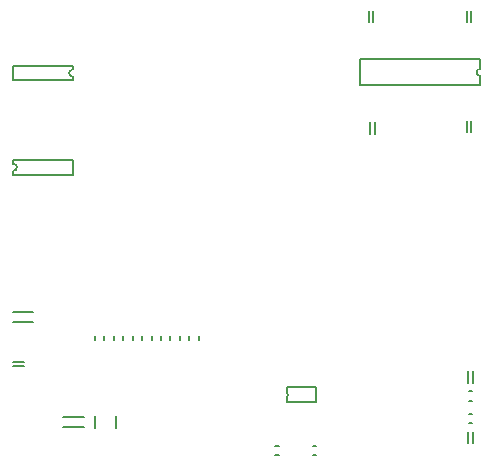
<source format=gbo>
G04 Layer_Color=32896*
%FSLAX24Y24*%
%MOIN*%
G70*
G01*
G75*
%ADD50C,0.0079*%
%ADD51C,0.0050*%
D50*
X17100Y15361D02*
G03*
X17100Y15111I0J-125D01*
G01*
X10650Y4439D02*
G03*
X10650Y4537I0J49D01*
G01*
X3518Y15338D02*
G03*
X3518Y15088I0J-125D01*
G01*
X1522Y11946D02*
G03*
X1522Y12196I0J125D01*
G01*
X13100Y14807D02*
Y15665D01*
Y14807D02*
X17100D01*
Y15111D01*
X13100Y15665D02*
X17100D01*
Y15361D02*
Y15665D01*
X10650Y4537D02*
Y4740D01*
X11634D01*
X10650Y4236D02*
Y4439D01*
Y4236D02*
X11634D01*
Y4740D01*
X1518Y14970D02*
Y15455D01*
Y14970D02*
X3518D01*
Y15088D01*
X1518Y15455D02*
X3518D01*
Y15338D02*
Y15455D01*
X3522Y11829D02*
Y12313D01*
X1522D02*
X3522D01*
X1522Y12196D02*
Y12313D01*
Y11829D02*
X3522D01*
X1522D02*
Y11946D01*
D51*
X13574Y13198D02*
Y13573D01*
X13434Y13198D02*
Y13573D01*
X16662Y13238D02*
Y13613D01*
X16802Y13238D02*
Y13613D01*
Y16899D02*
Y17274D01*
X16662Y16899D02*
Y17274D01*
X13535Y16899D02*
Y17274D01*
X13395Y16899D02*
Y17274D01*
X16842Y2883D02*
Y3258D01*
X16702Y2883D02*
Y3258D01*
X16712Y3541D02*
X16832D01*
X16712Y3861D02*
X16832D01*
X16712Y4289D02*
X16832D01*
X16712Y4609D02*
X16832D01*
X16842Y4891D02*
Y5266D01*
X16702Y4891D02*
Y5266D01*
X4569Y6318D02*
Y6438D01*
X4249Y6318D02*
Y6438D01*
X5199Y6318D02*
Y6438D01*
X4879Y6318D02*
Y6438D01*
X5829Y6318D02*
Y6438D01*
X5509Y6318D02*
Y6438D01*
X6459Y6318D02*
Y6438D01*
X6139Y6318D02*
Y6438D01*
X7089Y6318D02*
Y6438D01*
X6769Y6318D02*
Y6438D01*
X7719Y6318D02*
Y6438D01*
X7399Y6318D02*
Y6438D01*
X1505Y5582D02*
X1880D01*
X1505Y5442D02*
X1880D01*
X10255Y2798D02*
X10375D01*
X10255Y2478D02*
X10375D01*
X11515Y2798D02*
X11635D01*
X11515Y2478D02*
X11635D01*
X1505Y6929D02*
X2195D01*
X1505Y7244D02*
X2195D01*
X4256Y3383D02*
Y3783D01*
X4956Y3393D02*
Y3773D01*
X3198Y3740D02*
X3888D01*
X3198Y3425D02*
X3888D01*
M02*

</source>
